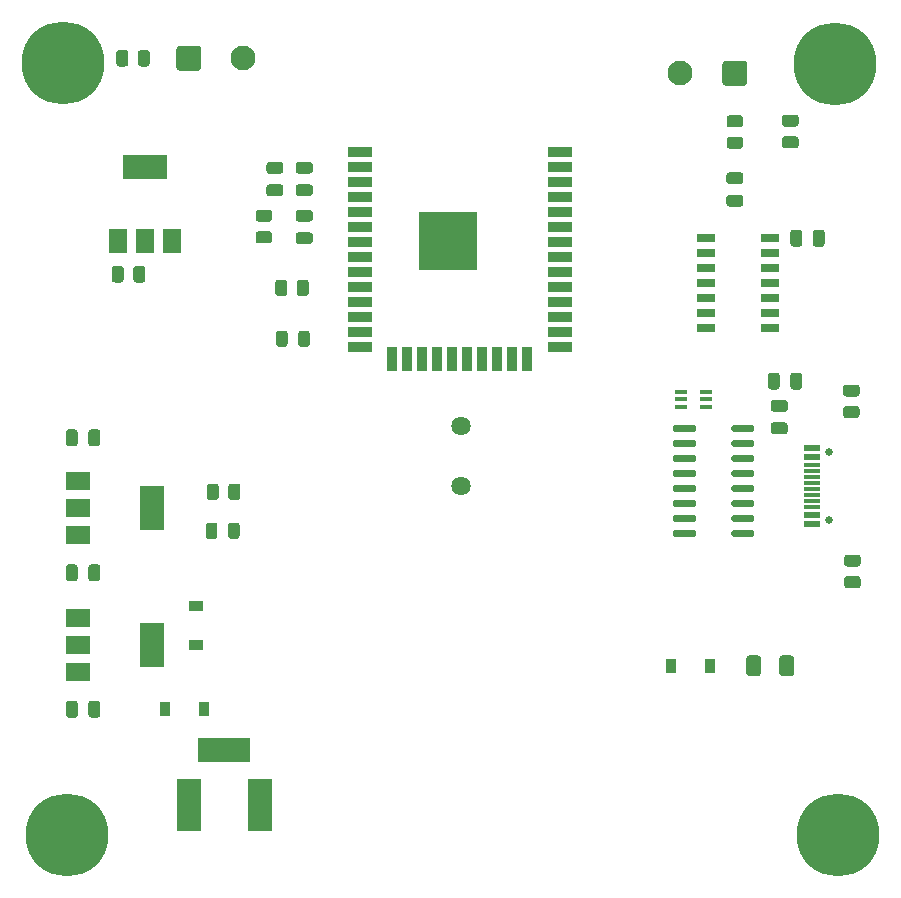
<source format=gbr>
G04 #@! TF.GenerationSoftware,KiCad,Pcbnew,(5.1.8)-1*
G04 #@! TF.CreationDate,2021-05-16T14:51:21+01:00*
G04 #@! TF.ProjectId,jubileev2,6a756269-6c65-4657-9632-2e6b69636164,rev?*
G04 #@! TF.SameCoordinates,Original*
G04 #@! TF.FileFunction,Soldermask,Top*
G04 #@! TF.FilePolarity,Negative*
%FSLAX46Y46*%
G04 Gerber Fmt 4.6, Leading zero omitted, Abs format (unit mm)*
G04 Created by KiCad (PCBNEW (5.1.8)-1) date 2021-05-16 14:51:21*
%MOMM*%
%LPD*%
G01*
G04 APERTURE LIST*
%ADD10R,1.450000X0.600000*%
%ADD11R,1.450000X0.300000*%
%ADD12C,0.650000*%
%ADD13R,1.050000X0.450000*%
%ADD14C,7.000000*%
%ADD15C,3.900000*%
%ADD16R,5.000000X5.000000*%
%ADD17R,2.000000X0.900000*%
%ADD18R,0.900000X2.000000*%
%ADD19R,1.550000X0.700000*%
%ADD20C,1.638000*%
%ADD21R,2.000000X4.500000*%
%ADD22R,4.500000X2.000000*%
%ADD23R,1.200000X0.900000*%
%ADD24R,0.900000X1.200000*%
%ADD25C,2.100000*%
%ADD26R,1.500000X2.000000*%
%ADD27R,3.800000X2.000000*%
%ADD28R,2.000000X3.800000*%
%ADD29R,2.000000X1.500000*%
G04 APERTURE END LIST*
G04 #@! TO.C,U3*
G36*
G01*
X101818000Y-89908000D02*
X101818000Y-89608000D01*
G75*
G02*
X101968000Y-89458000I150000J0D01*
G01*
X103618000Y-89458000D01*
G75*
G02*
X103768000Y-89608000I0J-150000D01*
G01*
X103768000Y-89908000D01*
G75*
G02*
X103618000Y-90058000I-150000J0D01*
G01*
X101968000Y-90058000D01*
G75*
G02*
X101818000Y-89908000I0J150000D01*
G01*
G37*
G36*
G01*
X101818000Y-91178000D02*
X101818000Y-90878000D01*
G75*
G02*
X101968000Y-90728000I150000J0D01*
G01*
X103618000Y-90728000D01*
G75*
G02*
X103768000Y-90878000I0J-150000D01*
G01*
X103768000Y-91178000D01*
G75*
G02*
X103618000Y-91328000I-150000J0D01*
G01*
X101968000Y-91328000D01*
G75*
G02*
X101818000Y-91178000I0J150000D01*
G01*
G37*
G36*
G01*
X101818000Y-92448000D02*
X101818000Y-92148000D01*
G75*
G02*
X101968000Y-91998000I150000J0D01*
G01*
X103618000Y-91998000D01*
G75*
G02*
X103768000Y-92148000I0J-150000D01*
G01*
X103768000Y-92448000D01*
G75*
G02*
X103618000Y-92598000I-150000J0D01*
G01*
X101968000Y-92598000D01*
G75*
G02*
X101818000Y-92448000I0J150000D01*
G01*
G37*
G36*
G01*
X101818000Y-93718000D02*
X101818000Y-93418000D01*
G75*
G02*
X101968000Y-93268000I150000J0D01*
G01*
X103618000Y-93268000D01*
G75*
G02*
X103768000Y-93418000I0J-150000D01*
G01*
X103768000Y-93718000D01*
G75*
G02*
X103618000Y-93868000I-150000J0D01*
G01*
X101968000Y-93868000D01*
G75*
G02*
X101818000Y-93718000I0J150000D01*
G01*
G37*
G36*
G01*
X101818000Y-94988000D02*
X101818000Y-94688000D01*
G75*
G02*
X101968000Y-94538000I150000J0D01*
G01*
X103618000Y-94538000D01*
G75*
G02*
X103768000Y-94688000I0J-150000D01*
G01*
X103768000Y-94988000D01*
G75*
G02*
X103618000Y-95138000I-150000J0D01*
G01*
X101968000Y-95138000D01*
G75*
G02*
X101818000Y-94988000I0J150000D01*
G01*
G37*
G36*
G01*
X101818000Y-96258000D02*
X101818000Y-95958000D01*
G75*
G02*
X101968000Y-95808000I150000J0D01*
G01*
X103618000Y-95808000D01*
G75*
G02*
X103768000Y-95958000I0J-150000D01*
G01*
X103768000Y-96258000D01*
G75*
G02*
X103618000Y-96408000I-150000J0D01*
G01*
X101968000Y-96408000D01*
G75*
G02*
X101818000Y-96258000I0J150000D01*
G01*
G37*
G36*
G01*
X101818000Y-97528000D02*
X101818000Y-97228000D01*
G75*
G02*
X101968000Y-97078000I150000J0D01*
G01*
X103618000Y-97078000D01*
G75*
G02*
X103768000Y-97228000I0J-150000D01*
G01*
X103768000Y-97528000D01*
G75*
G02*
X103618000Y-97678000I-150000J0D01*
G01*
X101968000Y-97678000D01*
G75*
G02*
X101818000Y-97528000I0J150000D01*
G01*
G37*
G36*
G01*
X101818000Y-98798000D02*
X101818000Y-98498000D01*
G75*
G02*
X101968000Y-98348000I150000J0D01*
G01*
X103618000Y-98348000D01*
G75*
G02*
X103768000Y-98498000I0J-150000D01*
G01*
X103768000Y-98798000D01*
G75*
G02*
X103618000Y-98948000I-150000J0D01*
G01*
X101968000Y-98948000D01*
G75*
G02*
X101818000Y-98798000I0J150000D01*
G01*
G37*
G36*
G01*
X96868000Y-98798000D02*
X96868000Y-98498000D01*
G75*
G02*
X97018000Y-98348000I150000J0D01*
G01*
X98668000Y-98348000D01*
G75*
G02*
X98818000Y-98498000I0J-150000D01*
G01*
X98818000Y-98798000D01*
G75*
G02*
X98668000Y-98948000I-150000J0D01*
G01*
X97018000Y-98948000D01*
G75*
G02*
X96868000Y-98798000I0J150000D01*
G01*
G37*
G36*
G01*
X96868000Y-97528000D02*
X96868000Y-97228000D01*
G75*
G02*
X97018000Y-97078000I150000J0D01*
G01*
X98668000Y-97078000D01*
G75*
G02*
X98818000Y-97228000I0J-150000D01*
G01*
X98818000Y-97528000D01*
G75*
G02*
X98668000Y-97678000I-150000J0D01*
G01*
X97018000Y-97678000D01*
G75*
G02*
X96868000Y-97528000I0J150000D01*
G01*
G37*
G36*
G01*
X96868000Y-96258000D02*
X96868000Y-95958000D01*
G75*
G02*
X97018000Y-95808000I150000J0D01*
G01*
X98668000Y-95808000D01*
G75*
G02*
X98818000Y-95958000I0J-150000D01*
G01*
X98818000Y-96258000D01*
G75*
G02*
X98668000Y-96408000I-150000J0D01*
G01*
X97018000Y-96408000D01*
G75*
G02*
X96868000Y-96258000I0J150000D01*
G01*
G37*
G36*
G01*
X96868000Y-94988000D02*
X96868000Y-94688000D01*
G75*
G02*
X97018000Y-94538000I150000J0D01*
G01*
X98668000Y-94538000D01*
G75*
G02*
X98818000Y-94688000I0J-150000D01*
G01*
X98818000Y-94988000D01*
G75*
G02*
X98668000Y-95138000I-150000J0D01*
G01*
X97018000Y-95138000D01*
G75*
G02*
X96868000Y-94988000I0J150000D01*
G01*
G37*
G36*
G01*
X96868000Y-93718000D02*
X96868000Y-93418000D01*
G75*
G02*
X97018000Y-93268000I150000J0D01*
G01*
X98668000Y-93268000D01*
G75*
G02*
X98818000Y-93418000I0J-150000D01*
G01*
X98818000Y-93718000D01*
G75*
G02*
X98668000Y-93868000I-150000J0D01*
G01*
X97018000Y-93868000D01*
G75*
G02*
X96868000Y-93718000I0J150000D01*
G01*
G37*
G36*
G01*
X96868000Y-92448000D02*
X96868000Y-92148000D01*
G75*
G02*
X97018000Y-91998000I150000J0D01*
G01*
X98668000Y-91998000D01*
G75*
G02*
X98818000Y-92148000I0J-150000D01*
G01*
X98818000Y-92448000D01*
G75*
G02*
X98668000Y-92598000I-150000J0D01*
G01*
X97018000Y-92598000D01*
G75*
G02*
X96868000Y-92448000I0J150000D01*
G01*
G37*
G36*
G01*
X96868000Y-91178000D02*
X96868000Y-90878000D01*
G75*
G02*
X97018000Y-90728000I150000J0D01*
G01*
X98668000Y-90728000D01*
G75*
G02*
X98818000Y-90878000I0J-150000D01*
G01*
X98818000Y-91178000D01*
G75*
G02*
X98668000Y-91328000I-150000J0D01*
G01*
X97018000Y-91328000D01*
G75*
G02*
X96868000Y-91178000I0J150000D01*
G01*
G37*
G36*
G01*
X96868000Y-89908000D02*
X96868000Y-89608000D01*
G75*
G02*
X97018000Y-89458000I150000J0D01*
G01*
X98668000Y-89458000D01*
G75*
G02*
X98818000Y-89608000I0J-150000D01*
G01*
X98818000Y-89908000D01*
G75*
G02*
X98668000Y-90058000I-150000J0D01*
G01*
X97018000Y-90058000D01*
G75*
G02*
X96868000Y-89908000I0J150000D01*
G01*
G37*
G04 #@! TD*
G04 #@! TO.C,C11*
G36*
G01*
X105918000Y-85278000D02*
X105918000Y-86228000D01*
G75*
G02*
X105668000Y-86478000I-250000J0D01*
G01*
X105168000Y-86478000D01*
G75*
G02*
X104918000Y-86228000I0J250000D01*
G01*
X104918000Y-85278000D01*
G75*
G02*
X105168000Y-85028000I250000J0D01*
G01*
X105668000Y-85028000D01*
G75*
G02*
X105918000Y-85278000I0J-250000D01*
G01*
G37*
G36*
G01*
X107818000Y-85278000D02*
X107818000Y-86228000D01*
G75*
G02*
X107568000Y-86478000I-250000J0D01*
G01*
X107068000Y-86478000D01*
G75*
G02*
X106818000Y-86228000I0J250000D01*
G01*
X106818000Y-85278000D01*
G75*
G02*
X107068000Y-85028000I250000J0D01*
G01*
X107568000Y-85028000D01*
G75*
G02*
X107818000Y-85278000I0J-250000D01*
G01*
G37*
G04 #@! TD*
D10*
G04 #@! TO.C,USB1*
X108653000Y-91408000D03*
X108653000Y-97858000D03*
X108653000Y-92183000D03*
X108653000Y-97083000D03*
D11*
X108653000Y-96383000D03*
X108653000Y-92883000D03*
X108653000Y-95883000D03*
X108653000Y-93383000D03*
X108653000Y-95383000D03*
X108653000Y-93883000D03*
X108653000Y-94383000D03*
X108653000Y-94883000D03*
D12*
X110098000Y-91743000D03*
X110098000Y-97523000D03*
G04 #@! TD*
G04 #@! TO.C,R4*
G36*
G01*
X111517998Y-87865500D02*
X112418002Y-87865500D01*
G75*
G02*
X112668000Y-88115498I0J-249998D01*
G01*
X112668000Y-88640502D01*
G75*
G02*
X112418002Y-88890500I-249998J0D01*
G01*
X111517998Y-88890500D01*
G75*
G02*
X111268000Y-88640502I0J249998D01*
G01*
X111268000Y-88115498D01*
G75*
G02*
X111517998Y-87865500I249998J0D01*
G01*
G37*
G36*
G01*
X111517998Y-86040500D02*
X112418002Y-86040500D01*
G75*
G02*
X112668000Y-86290498I0J-249998D01*
G01*
X112668000Y-86815502D01*
G75*
G02*
X112418002Y-87065500I-249998J0D01*
G01*
X111517998Y-87065500D01*
G75*
G02*
X111268000Y-86815502I0J249998D01*
G01*
X111268000Y-86290498D01*
G75*
G02*
X111517998Y-86040500I249998J0D01*
G01*
G37*
G04 #@! TD*
G04 #@! TO.C,R3*
G36*
G01*
X112518002Y-101465500D02*
X111617998Y-101465500D01*
G75*
G02*
X111368000Y-101215502I0J249998D01*
G01*
X111368000Y-100690498D01*
G75*
G02*
X111617998Y-100440500I249998J0D01*
G01*
X112518002Y-100440500D01*
G75*
G02*
X112768000Y-100690498I0J-249998D01*
G01*
X112768000Y-101215502D01*
G75*
G02*
X112518002Y-101465500I-249998J0D01*
G01*
G37*
G36*
G01*
X112518002Y-103290500D02*
X111617998Y-103290500D01*
G75*
G02*
X111368000Y-103040502I0J249998D01*
G01*
X111368000Y-102515498D01*
G75*
G02*
X111617998Y-102265500I249998J0D01*
G01*
X112518002Y-102265500D01*
G75*
G02*
X112768000Y-102515498I0J-249998D01*
G01*
X112768000Y-103040502D01*
G75*
G02*
X112518002Y-103290500I-249998J0D01*
G01*
G37*
G04 #@! TD*
D13*
G04 #@! TO.C,Q1*
X99668000Y-86653000D03*
X99668000Y-87303000D03*
X99668000Y-87953000D03*
X97568000Y-87953000D03*
X97568000Y-87303000D03*
X97568000Y-86653000D03*
G04 #@! TD*
G04 #@! TO.C,C10*
G36*
G01*
X105393000Y-89253000D02*
X106343000Y-89253000D01*
G75*
G02*
X106593000Y-89503000I0J-250000D01*
G01*
X106593000Y-90003000D01*
G75*
G02*
X106343000Y-90253000I-250000J0D01*
G01*
X105393000Y-90253000D01*
G75*
G02*
X105143000Y-90003000I0J250000D01*
G01*
X105143000Y-89503000D01*
G75*
G02*
X105393000Y-89253000I250000J0D01*
G01*
G37*
G36*
G01*
X105393000Y-87353000D02*
X106343000Y-87353000D01*
G75*
G02*
X106593000Y-87603000I0J-250000D01*
G01*
X106593000Y-88103000D01*
G75*
G02*
X106343000Y-88353000I-250000J0D01*
G01*
X105393000Y-88353000D01*
G75*
G02*
X105143000Y-88103000I0J250000D01*
G01*
X105143000Y-87603000D01*
G75*
G02*
X105393000Y-87353000I250000J0D01*
G01*
G37*
G04 #@! TD*
G04 #@! TO.C,C4*
G36*
G01*
X63643000Y-68203000D02*
X62693000Y-68203000D01*
G75*
G02*
X62443000Y-67953000I0J250000D01*
G01*
X62443000Y-67453000D01*
G75*
G02*
X62693000Y-67203000I250000J0D01*
G01*
X63643000Y-67203000D01*
G75*
G02*
X63893000Y-67453000I0J-250000D01*
G01*
X63893000Y-67953000D01*
G75*
G02*
X63643000Y-68203000I-250000J0D01*
G01*
G37*
G36*
G01*
X63643000Y-70103000D02*
X62693000Y-70103000D01*
G75*
G02*
X62443000Y-69853000I0J250000D01*
G01*
X62443000Y-69353000D01*
G75*
G02*
X62693000Y-69103000I250000J0D01*
G01*
X63643000Y-69103000D01*
G75*
G02*
X63893000Y-69353000I0J-250000D01*
G01*
X63893000Y-69853000D01*
G75*
G02*
X63643000Y-70103000I-250000J0D01*
G01*
G37*
G04 #@! TD*
D14*
G04 #@! TO.C,H4*
X45593000Y-124206000D03*
D15*
X45593000Y-124206000D03*
G04 #@! TD*
D14*
G04 #@! TO.C,H3*
X110568000Y-58928000D03*
D15*
X110568000Y-58928000D03*
G04 #@! TD*
D14*
G04 #@! TO.C,H2*
X110871000Y-124206000D03*
D15*
X110871000Y-124206000D03*
G04 #@! TD*
D14*
G04 #@! TO.C,H1*
X45212000Y-58801000D03*
D15*
X45212000Y-58801000D03*
G04 #@! TD*
G04 #@! TO.C,C6*
G36*
G01*
X107815000Y-73185000D02*
X107815000Y-74135000D01*
G75*
G02*
X107565000Y-74385000I-250000J0D01*
G01*
X107065000Y-74385000D01*
G75*
G02*
X106815000Y-74135000I0J250000D01*
G01*
X106815000Y-73185000D01*
G75*
G02*
X107065000Y-72935000I250000J0D01*
G01*
X107565000Y-72935000D01*
G75*
G02*
X107815000Y-73185000I0J-250000D01*
G01*
G37*
G36*
G01*
X109715000Y-73185000D02*
X109715000Y-74135000D01*
G75*
G02*
X109465000Y-74385000I-250000J0D01*
G01*
X108965000Y-74385000D01*
G75*
G02*
X108715000Y-74135000I0J250000D01*
G01*
X108715000Y-73185000D01*
G75*
G02*
X108965000Y-72935000I250000J0D01*
G01*
X109465000Y-72935000D01*
G75*
G02*
X109715000Y-73185000I0J-250000D01*
G01*
G37*
G04 #@! TD*
D16*
G04 #@! TO.C,ANT1*
X77836000Y-73872000D03*
D17*
X87336000Y-66372000D03*
X87336000Y-67642000D03*
X87336000Y-68912000D03*
X87336000Y-70182000D03*
X87336000Y-71452000D03*
X87336000Y-72722000D03*
X87336000Y-73992000D03*
X87336000Y-75262000D03*
X87336000Y-76532000D03*
X87336000Y-77802000D03*
X87336000Y-79072000D03*
X87336000Y-80342000D03*
X87336000Y-81612000D03*
X87336000Y-82882000D03*
D18*
X84551000Y-83882000D03*
X83281000Y-83882000D03*
X82011000Y-83882000D03*
X80741000Y-83882000D03*
X79471000Y-83882000D03*
X78201000Y-83882000D03*
X76931000Y-83882000D03*
X75661000Y-83882000D03*
X74391000Y-83882000D03*
X73121000Y-83882000D03*
D17*
X70336000Y-82882000D03*
X70336000Y-81612000D03*
X70336000Y-80342000D03*
X70336000Y-79072000D03*
X70336000Y-77802000D03*
X70336000Y-76532000D03*
X70336000Y-75262000D03*
X70336000Y-73992000D03*
X70336000Y-72722000D03*
X70336000Y-71452000D03*
X70336000Y-70182000D03*
X70336000Y-68912000D03*
X70336000Y-67642000D03*
X70336000Y-66372000D03*
G04 #@! TD*
D19*
G04 #@! TO.C,IC2*
X105087000Y-73660000D03*
X105087000Y-74930000D03*
X105087000Y-76200000D03*
X105087000Y-77470000D03*
X105087000Y-78740000D03*
X105087000Y-80010000D03*
X105087000Y-81280000D03*
X99637000Y-81280000D03*
X99637000Y-80010000D03*
X99637000Y-78740000D03*
X99637000Y-77470000D03*
X99637000Y-76200000D03*
X99637000Y-74930000D03*
X99637000Y-73660000D03*
G04 #@! TD*
G04 #@! TO.C,R12*
G36*
G01*
X65019500Y-78301002D02*
X65019500Y-77400998D01*
G75*
G02*
X65269498Y-77151000I249998J0D01*
G01*
X65794502Y-77151000D01*
G75*
G02*
X66044500Y-77400998I0J-249998D01*
G01*
X66044500Y-78301002D01*
G75*
G02*
X65794502Y-78551000I-249998J0D01*
G01*
X65269498Y-78551000D01*
G75*
G02*
X65019500Y-78301002I0J249998D01*
G01*
G37*
G36*
G01*
X63194500Y-78301002D02*
X63194500Y-77400998D01*
G75*
G02*
X63444498Y-77151000I249998J0D01*
G01*
X63969502Y-77151000D01*
G75*
G02*
X64219500Y-77400998I0J-249998D01*
G01*
X64219500Y-78301002D01*
G75*
G02*
X63969502Y-78551000I-249998J0D01*
G01*
X63444498Y-78551000D01*
G75*
G02*
X63194500Y-78301002I0J249998D01*
G01*
G37*
G04 #@! TD*
G04 #@! TO.C,D4*
G36*
G01*
X64241500Y-81712750D02*
X64241500Y-82625250D01*
G75*
G02*
X63997750Y-82869000I-243750J0D01*
G01*
X63510250Y-82869000D01*
G75*
G02*
X63266500Y-82625250I0J243750D01*
G01*
X63266500Y-81712750D01*
G75*
G02*
X63510250Y-81469000I243750J0D01*
G01*
X63997750Y-81469000D01*
G75*
G02*
X64241500Y-81712750I0J-243750D01*
G01*
G37*
G36*
G01*
X66116500Y-81712750D02*
X66116500Y-82625250D01*
G75*
G02*
X65872750Y-82869000I-243750J0D01*
G01*
X65385250Y-82869000D01*
G75*
G02*
X65141500Y-82625250I0J243750D01*
G01*
X65141500Y-81712750D01*
G75*
G02*
X65385250Y-81469000I243750J0D01*
G01*
X65872750Y-81469000D01*
G75*
G02*
X66116500Y-81712750I0J-243750D01*
G01*
G37*
G04 #@! TD*
D20*
G04 #@! TO.C,S2*
X78968000Y-89548000D03*
X78968000Y-94653000D03*
G04 #@! TD*
D21*
G04 #@! TO.C,J1*
X61880000Y-121666000D03*
X55880000Y-121666000D03*
D22*
X58880000Y-116966000D03*
G04 #@! TD*
G04 #@! TO.C,C3*
G36*
G01*
X46479000Y-90076000D02*
X46479000Y-91026000D01*
G75*
G02*
X46229000Y-91276000I-250000J0D01*
G01*
X45729000Y-91276000D01*
G75*
G02*
X45479000Y-91026000I0J250000D01*
G01*
X45479000Y-90076000D01*
G75*
G02*
X45729000Y-89826000I250000J0D01*
G01*
X46229000Y-89826000D01*
G75*
G02*
X46479000Y-90076000I0J-250000D01*
G01*
G37*
G36*
G01*
X48379000Y-90076000D02*
X48379000Y-91026000D01*
G75*
G02*
X48129000Y-91276000I-250000J0D01*
G01*
X47629000Y-91276000D01*
G75*
G02*
X47379000Y-91026000I0J250000D01*
G01*
X47379000Y-90076000D01*
G75*
G02*
X47629000Y-89826000I250000J0D01*
G01*
X48129000Y-89826000D01*
G75*
G02*
X48379000Y-90076000I0J-250000D01*
G01*
G37*
G04 #@! TD*
G04 #@! TO.C,R2*
G36*
G01*
X62680002Y-72267500D02*
X61779998Y-72267500D01*
G75*
G02*
X61530000Y-72017502I0J249998D01*
G01*
X61530000Y-71492498D01*
G75*
G02*
X61779998Y-71242500I249998J0D01*
G01*
X62680002Y-71242500D01*
G75*
G02*
X62930000Y-71492498I0J-249998D01*
G01*
X62930000Y-72017502D01*
G75*
G02*
X62680002Y-72267500I-249998J0D01*
G01*
G37*
G36*
G01*
X62680002Y-74092500D02*
X61779998Y-74092500D01*
G75*
G02*
X61530000Y-73842502I0J249998D01*
G01*
X61530000Y-73317498D01*
G75*
G02*
X61779998Y-73067500I249998J0D01*
G01*
X62680002Y-73067500D01*
G75*
G02*
X62930000Y-73317498I0J-249998D01*
G01*
X62930000Y-73842502D01*
G75*
G02*
X62680002Y-74092500I-249998J0D01*
G01*
G37*
G04 #@! TD*
G04 #@! TO.C,C8*
G36*
G01*
X65184000Y-73155000D02*
X66134000Y-73155000D01*
G75*
G02*
X66384000Y-73405000I0J-250000D01*
G01*
X66384000Y-73905000D01*
G75*
G02*
X66134000Y-74155000I-250000J0D01*
G01*
X65184000Y-74155000D01*
G75*
G02*
X64934000Y-73905000I0J250000D01*
G01*
X64934000Y-73405000D01*
G75*
G02*
X65184000Y-73155000I250000J0D01*
G01*
G37*
G36*
G01*
X65184000Y-71255000D02*
X66134000Y-71255000D01*
G75*
G02*
X66384000Y-71505000I0J-250000D01*
G01*
X66384000Y-72005000D01*
G75*
G02*
X66134000Y-72255000I-250000J0D01*
G01*
X65184000Y-72255000D01*
G75*
G02*
X64934000Y-72005000I0J250000D01*
G01*
X64934000Y-71505000D01*
G75*
G02*
X65184000Y-71255000I250000J0D01*
G01*
G37*
G04 #@! TD*
G04 #@! TO.C,C2*
G36*
G01*
X46479000Y-113063000D02*
X46479000Y-114013000D01*
G75*
G02*
X46229000Y-114263000I-250000J0D01*
G01*
X45729000Y-114263000D01*
G75*
G02*
X45479000Y-114013000I0J250000D01*
G01*
X45479000Y-113063000D01*
G75*
G02*
X45729000Y-112813000I250000J0D01*
G01*
X46229000Y-112813000D01*
G75*
G02*
X46479000Y-113063000I0J-250000D01*
G01*
G37*
G36*
G01*
X48379000Y-113063000D02*
X48379000Y-114013000D01*
G75*
G02*
X48129000Y-114263000I-250000J0D01*
G01*
X47629000Y-114263000D01*
G75*
G02*
X47379000Y-114013000I0J250000D01*
G01*
X47379000Y-113063000D01*
G75*
G02*
X47629000Y-112813000I250000J0D01*
G01*
X48129000Y-112813000D01*
G75*
G02*
X48379000Y-113063000I0J-250000D01*
G01*
G37*
G04 #@! TD*
G04 #@! TO.C,C1*
G36*
G01*
X46479000Y-101506000D02*
X46479000Y-102456000D01*
G75*
G02*
X46229000Y-102706000I-250000J0D01*
G01*
X45729000Y-102706000D01*
G75*
G02*
X45479000Y-102456000I0J250000D01*
G01*
X45479000Y-101506000D01*
G75*
G02*
X45729000Y-101256000I250000J0D01*
G01*
X46229000Y-101256000D01*
G75*
G02*
X46479000Y-101506000I0J-250000D01*
G01*
G37*
G36*
G01*
X48379000Y-101506000D02*
X48379000Y-102456000D01*
G75*
G02*
X48129000Y-102706000I-250000J0D01*
G01*
X47629000Y-102706000D01*
G75*
G02*
X47379000Y-102456000I0J250000D01*
G01*
X47379000Y-101506000D01*
G75*
G02*
X47629000Y-101256000I250000J0D01*
G01*
X48129000Y-101256000D01*
G75*
G02*
X48379000Y-101506000I0J-250000D01*
G01*
G37*
G04 #@! TD*
G04 #@! TO.C,F1*
G36*
G01*
X105877000Y-110480000D02*
X105877000Y-109230000D01*
G75*
G02*
X106127000Y-108980000I250000J0D01*
G01*
X106877000Y-108980000D01*
G75*
G02*
X107127000Y-109230000I0J-250000D01*
G01*
X107127000Y-110480000D01*
G75*
G02*
X106877000Y-110730000I-250000J0D01*
G01*
X106127000Y-110730000D01*
G75*
G02*
X105877000Y-110480000I0J250000D01*
G01*
G37*
G36*
G01*
X103077000Y-110480000D02*
X103077000Y-109230000D01*
G75*
G02*
X103327000Y-108980000I250000J0D01*
G01*
X104077000Y-108980000D01*
G75*
G02*
X104327000Y-109230000I0J-250000D01*
G01*
X104327000Y-110480000D01*
G75*
G02*
X104077000Y-110730000I-250000J0D01*
G01*
X103327000Y-110730000D01*
G75*
G02*
X103077000Y-110480000I0J250000D01*
G01*
G37*
G04 #@! TD*
D23*
G04 #@! TO.C,D5*
X56515000Y-108077000D03*
X56515000Y-104777000D03*
G04 #@! TD*
D24*
G04 #@! TO.C,D3*
X100025000Y-109855000D03*
X96725000Y-109855000D03*
G04 #@! TD*
G04 #@! TO.C,D2*
X57149000Y-113538000D03*
X53849000Y-113538000D03*
G04 #@! TD*
G04 #@! TO.C,C5*
G36*
G01*
X65184000Y-69091000D02*
X66134000Y-69091000D01*
G75*
G02*
X66384000Y-69341000I0J-250000D01*
G01*
X66384000Y-69841000D01*
G75*
G02*
X66134000Y-70091000I-250000J0D01*
G01*
X65184000Y-70091000D01*
G75*
G02*
X64934000Y-69841000I0J250000D01*
G01*
X64934000Y-69341000D01*
G75*
G02*
X65184000Y-69091000I250000J0D01*
G01*
G37*
G36*
G01*
X65184000Y-67191000D02*
X66134000Y-67191000D01*
G75*
G02*
X66384000Y-67441000I0J-250000D01*
G01*
X66384000Y-67941000D01*
G75*
G02*
X66134000Y-68191000I-250000J0D01*
G01*
X65184000Y-68191000D01*
G75*
G02*
X64934000Y-67941000I0J250000D01*
G01*
X64934000Y-67441000D01*
G75*
G02*
X65184000Y-67191000I250000J0D01*
G01*
G37*
G04 #@! TD*
G04 #@! TO.C,C12*
G36*
G01*
X101633000Y-68080000D02*
X102583000Y-68080000D01*
G75*
G02*
X102833000Y-68330000I0J-250000D01*
G01*
X102833000Y-68830000D01*
G75*
G02*
X102583000Y-69080000I-250000J0D01*
G01*
X101633000Y-69080000D01*
G75*
G02*
X101383000Y-68830000I0J250000D01*
G01*
X101383000Y-68330000D01*
G75*
G02*
X101633000Y-68080000I250000J0D01*
G01*
G37*
G36*
G01*
X101633000Y-69980000D02*
X102583000Y-69980000D01*
G75*
G02*
X102833000Y-70230000I0J-250000D01*
G01*
X102833000Y-70730000D01*
G75*
G02*
X102583000Y-70980000I-250000J0D01*
G01*
X101633000Y-70980000D01*
G75*
G02*
X101383000Y-70730000I0J250000D01*
G01*
X101383000Y-70230000D01*
G75*
G02*
X101633000Y-69980000I250000J0D01*
G01*
G37*
G04 #@! TD*
G04 #@! TO.C,D1*
G36*
G01*
X60177500Y-97968750D02*
X60177500Y-98881250D01*
G75*
G02*
X59933750Y-99125000I-243750J0D01*
G01*
X59446250Y-99125000D01*
G75*
G02*
X59202500Y-98881250I0J243750D01*
G01*
X59202500Y-97968750D01*
G75*
G02*
X59446250Y-97725000I243750J0D01*
G01*
X59933750Y-97725000D01*
G75*
G02*
X60177500Y-97968750I0J-243750D01*
G01*
G37*
G36*
G01*
X58302500Y-97968750D02*
X58302500Y-98881250D01*
G75*
G02*
X58058750Y-99125000I-243750J0D01*
G01*
X57571250Y-99125000D01*
G75*
G02*
X57327500Y-98881250I0J243750D01*
G01*
X57327500Y-97968750D01*
G75*
G02*
X57571250Y-97725000I243750J0D01*
G01*
X58058750Y-97725000D01*
G75*
G02*
X58302500Y-97968750I0J-243750D01*
G01*
G37*
G04 #@! TD*
D25*
G04 #@! TO.C,J3*
X60480000Y-58420000D03*
G36*
G01*
X54830000Y-59220001D02*
X54830000Y-57619999D01*
G75*
G02*
X55079999Y-57370000I249999J0D01*
G01*
X56680001Y-57370000D01*
G75*
G02*
X56930000Y-57619999I0J-249999D01*
G01*
X56930000Y-59220001D01*
G75*
G02*
X56680001Y-59470000I-249999J0D01*
G01*
X55079999Y-59470000D01*
G75*
G02*
X54830000Y-59220001I0J249999D01*
G01*
G37*
G04 #@! TD*
D26*
G04 #@! TO.C,Q3*
X49897000Y-73914000D03*
X54497000Y-73914000D03*
X52197000Y-73914000D03*
D27*
X52197000Y-67614000D03*
G04 #@! TD*
G04 #@! TO.C,R1*
G36*
G01*
X57399500Y-95573002D02*
X57399500Y-94672998D01*
G75*
G02*
X57649498Y-94423000I249998J0D01*
G01*
X58174502Y-94423000D01*
G75*
G02*
X58424500Y-94672998I0J-249998D01*
G01*
X58424500Y-95573002D01*
G75*
G02*
X58174502Y-95823000I-249998J0D01*
G01*
X57649498Y-95823000D01*
G75*
G02*
X57399500Y-95573002I0J249998D01*
G01*
G37*
G36*
G01*
X59224500Y-95573002D02*
X59224500Y-94672998D01*
G75*
G02*
X59474498Y-94423000I249998J0D01*
G01*
X59999502Y-94423000D01*
G75*
G02*
X60249500Y-94672998I0J-249998D01*
G01*
X60249500Y-95573002D01*
G75*
G02*
X59999502Y-95823000I-249998J0D01*
G01*
X59474498Y-95823000D01*
G75*
G02*
X59224500Y-95573002I0J249998D01*
G01*
G37*
G04 #@! TD*
G04 #@! TO.C,R8*
G36*
G01*
X107257002Y-64219500D02*
X106356998Y-64219500D01*
G75*
G02*
X106107000Y-63969502I0J249998D01*
G01*
X106107000Y-63444498D01*
G75*
G02*
X106356998Y-63194500I249998J0D01*
G01*
X107257002Y-63194500D01*
G75*
G02*
X107507000Y-63444498I0J-249998D01*
G01*
X107507000Y-63969502D01*
G75*
G02*
X107257002Y-64219500I-249998J0D01*
G01*
G37*
G36*
G01*
X107257002Y-66044500D02*
X106356998Y-66044500D01*
G75*
G02*
X106107000Y-65794502I0J249998D01*
G01*
X106107000Y-65269498D01*
G75*
G02*
X106356998Y-65019500I249998J0D01*
G01*
X107257002Y-65019500D01*
G75*
G02*
X107507000Y-65269498I0J-249998D01*
G01*
X107507000Y-65794502D01*
G75*
G02*
X107257002Y-66044500I-249998J0D01*
G01*
G37*
G04 #@! TD*
G04 #@! TO.C,R9*
G36*
G01*
X102558002Y-66091500D02*
X101657998Y-66091500D01*
G75*
G02*
X101408000Y-65841502I0J249998D01*
G01*
X101408000Y-65316498D01*
G75*
G02*
X101657998Y-65066500I249998J0D01*
G01*
X102558002Y-65066500D01*
G75*
G02*
X102808000Y-65316498I0J-249998D01*
G01*
X102808000Y-65841502D01*
G75*
G02*
X102558002Y-66091500I-249998J0D01*
G01*
G37*
G36*
G01*
X102558002Y-64266500D02*
X101657998Y-64266500D01*
G75*
G02*
X101408000Y-64016502I0J249998D01*
G01*
X101408000Y-63491498D01*
G75*
G02*
X101657998Y-63241500I249998J0D01*
G01*
X102558002Y-63241500D01*
G75*
G02*
X102808000Y-63491498I0J-249998D01*
G01*
X102808000Y-64016502D01*
G75*
G02*
X102558002Y-64266500I-249998J0D01*
G01*
G37*
G04 #@! TD*
G04 #@! TO.C,R10*
G36*
G01*
X49351500Y-77158002D02*
X49351500Y-76257998D01*
G75*
G02*
X49601498Y-76008000I249998J0D01*
G01*
X50126502Y-76008000D01*
G75*
G02*
X50376500Y-76257998I0J-249998D01*
G01*
X50376500Y-77158002D01*
G75*
G02*
X50126502Y-77408000I-249998J0D01*
G01*
X49601498Y-77408000D01*
G75*
G02*
X49351500Y-77158002I0J249998D01*
G01*
G37*
G36*
G01*
X51176500Y-77158002D02*
X51176500Y-76257998D01*
G75*
G02*
X51426498Y-76008000I249998J0D01*
G01*
X51951502Y-76008000D01*
G75*
G02*
X52201500Y-76257998I0J-249998D01*
G01*
X52201500Y-77158002D01*
G75*
G02*
X51951502Y-77408000I-249998J0D01*
G01*
X51426498Y-77408000D01*
G75*
G02*
X51176500Y-77158002I0J249998D01*
G01*
G37*
G04 #@! TD*
G04 #@! TO.C,R11*
G36*
G01*
X51557500Y-58870002D02*
X51557500Y-57969998D01*
G75*
G02*
X51807498Y-57720000I249998J0D01*
G01*
X52332502Y-57720000D01*
G75*
G02*
X52582500Y-57969998I0J-249998D01*
G01*
X52582500Y-58870002D01*
G75*
G02*
X52332502Y-59120000I-249998J0D01*
G01*
X51807498Y-59120000D01*
G75*
G02*
X51557500Y-58870002I0J249998D01*
G01*
G37*
G36*
G01*
X49732500Y-58870002D02*
X49732500Y-57969998D01*
G75*
G02*
X49982498Y-57720000I249998J0D01*
G01*
X50507502Y-57720000D01*
G75*
G02*
X50757500Y-57969998I0J-249998D01*
G01*
X50757500Y-58870002D01*
G75*
G02*
X50507502Y-59120000I-249998J0D01*
G01*
X49982498Y-59120000D01*
G75*
G02*
X49732500Y-58870002I0J249998D01*
G01*
G37*
G04 #@! TD*
G04 #@! TO.C,SW3*
G36*
G01*
X103158000Y-58889999D02*
X103158000Y-60490001D01*
G75*
G02*
X102908001Y-60740000I-249999J0D01*
G01*
X101307999Y-60740000D01*
G75*
G02*
X101058000Y-60490001I0J249999D01*
G01*
X101058000Y-58889999D01*
G75*
G02*
X101307999Y-58640000I249999J0D01*
G01*
X102908001Y-58640000D01*
G75*
G02*
X103158000Y-58889999I0J-249999D01*
G01*
G37*
D25*
X97508000Y-59690000D03*
G04 #@! TD*
D28*
G04 #@! TO.C,U1*
X52782000Y-96506000D03*
D29*
X46482000Y-96506000D03*
X46482000Y-98806000D03*
X46482000Y-94206000D03*
G04 #@! TD*
D28*
G04 #@! TO.C,U2*
X52782000Y-108077000D03*
D29*
X46482000Y-108077000D03*
X46482000Y-110377000D03*
X46482000Y-105777000D03*
G04 #@! TD*
M02*

</source>
